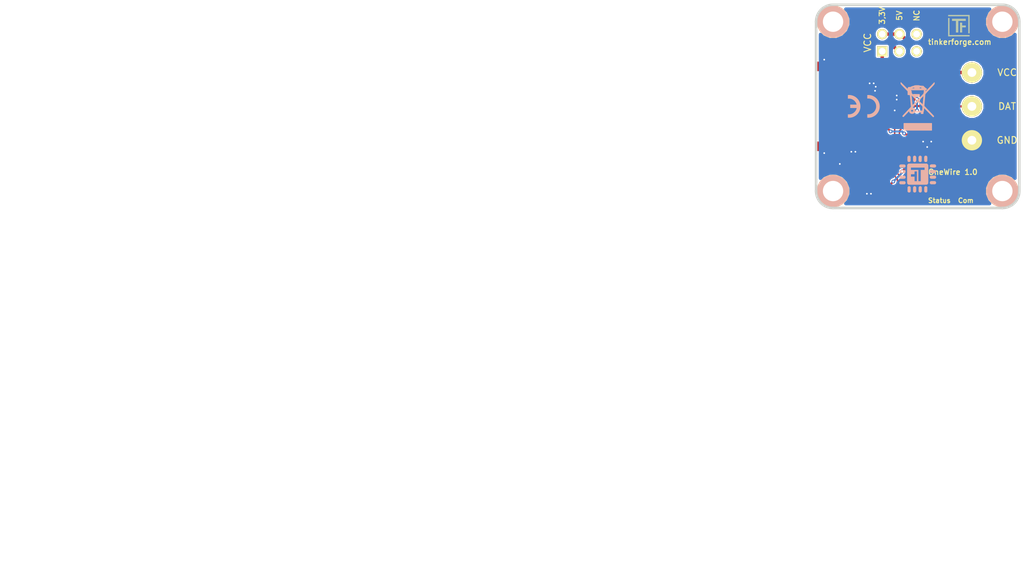
<source format=kicad_pcb>
(kicad_pcb (version 4) (host pcbnew 4.0.2+dfsg1-stable)
  (title_block (title "1-Wire Bricklet") (date 2018-05-07) (rev 1.0) (company "Tinkerforge GmbH") (comment 1 "Licensed under CERN OHL v.1.1") (comment 2 "Copyright (©) 2018, L.Lauer <lukas@tinkerforge.com>"))
  (layers (0 F.Cu signal) (31 B.Cu signal hide) (34 B.Paste user) (35 F.Paste user) (36 B.SilkS user) (37 F.SilkS user) (38 B.Mask user) (39 F.Mask user) (44 Edge.Cuts user))
  (net 0 "")
  (net 1 GND)
  (net 2 VCC)
  (net 3 S-MISO)
  (net 4 S-CS)
  (net 5 S-CLK)
  (net 6 S-MOSI)
  (net 7 3V3)
  (net 8 "Net-(C2-Pad2)")
  (net 9 "Net-(D1-Pad2)")
  (net 10 DAT)
  (net 11 "Net-(D3-Pad2)")
  (net 12 +5V)
  (net 13 "Net-(P1-Pad4)")
  (net 14 "Net-(P1-Pad5)")
  (net 15 "Net-(P1-Pad6)")
  (net 16 "Net-(P2-Pad1)")
  (net 17 "Net-(P3-Pad2)")
  (net 18 RX)
  (net 19 TX)
  (net 20 "Net-(D2-Pad2)")
  (net 21 "Net-(RP2-Pad5)")
  (net 22 "Net-(RP2-Pad8)")
  (net 23 "Net-(P4-Pad5)")
  (net 24 "Net-(P4-Pad6)")
  (net 25 "Net-(RP2-Pad2)")
  (net 26 "Net-(RP2-Pad3)")
  (net 27 "Net-(RP2-Pad6)")
  (net 28 "Net-(RP2-Pad7)")
  (net 29 "Net-(U1-Pad2)")
  (net 30 "Net-(U1-Pad3)")
  (net 31 "Net-(U1-Pad5)")
  (net 32 "Net-(U1-Pad6)")
  (net 33 "Net-(U1-Pad7)")
  (net 34 "Net-(U1-Pad8)")
  (net 35 "Net-(U1-Pad11)")
  (net 36 "Net-(U1-Pad12)")
  (net 37 "Net-(U1-Pad16)")
  (net 38 "Net-(U1-Pad18)")
  (net 39 "Net-(U1-Pad20)")
  (net 40 "Net-(U1-Pad21)")
  (module kicad-libraries:Logo_CoMCU (layer B.Cu) (at 147.3 134.7 180)
    (fp_text reference G*** hide)
    (fp_text value LOGO hide)
  )
  (module kicad-libraries:WEEE_7mm (layer B.Cu) (at 147.3 124.7 180)
    (fp_text reference G*** hide)
    (fp_text value LOGO hide)
  )
  (module kicad-libraries:CE_5mm (layer B.Cu) (at 139.3 124.7 180)
    (fp_text reference VAL hide)
    (fp_text value CE_5mm hide)
  )
  (module kicad-libraries:DEBUG_PAD (layer F.Cu) (at 142.1 129.6)
    (fp_text reference P2)
    (fp_text value DEBUG)
    (pad 1 smd circle (at 0 0) (size 0.7 0.7) (layers F.Cu F.Paste F.Mask) (net 16 "Net-(P2-Pad1)"))
  )
  (module kicad-libraries:SolderJumper (layer F.Cu) (at 136.8 133.2)
    (fp_text reference P3)
    (fp_text value BOOT)
    (pad 2 smd rect (at 0.55 0) (size 0.3 1.4) (layers F.Cu F.Mask) (net 17 "Net-(P3-Pad2)"))
    (pad 2 smd rect (at 0.15 0) (size 0.6 0.5) (layers F.Cu F.Mask) (net 17 "Net-(P3-Pad2)"))
    (pad 1 smd rect (at -0.5 0) (size 0.4 1.4) (layers F.Cu F.Mask) (net 1 GND))
    (pad 1 smd rect (at -0.225 0.55) (size 0.95 0.3) (layers F.Cu F.Mask) (net 1 GND))
    (pad 1 smd rect (at -0.225 -0.55) (size 0.95 0.3) (layers F.Cu F.Mask) (net 1 GND))
  )
  (module kicad-libraries:QFN24-4x4mm-0.5mm (layer F.Cu) (at 140.9 133.4)
    (fp_text reference U1)
    (fp_text value XMC1100-16)
    (pad 1 smd oval (at -2.025 -1.25) (size 1 0.3) (layers F.Cu F.Paste F.Mask) (net 3 S-MISO))
    (pad 2 smd oval (at -2.025 -0.75) (size 1 0.3) (layers F.Cu F.Paste F.Mask) (net 29 "Net-(U1-Pad2)"))
    (pad 3 smd oval (at -2.025 -0.25) (size 1 0.3) (layers F.Cu F.Paste F.Mask) (net 30 "Net-(U1-Pad3)"))
    (pad 4 smd oval (at -2.025 0.25) (size 1 0.3) (layers F.Cu F.Paste F.Mask) (net 17 "Net-(P3-Pad2)"))
    (pad 5 smd oval (at -2.025 0.75) (size 1 0.3) (layers F.Cu F.Paste F.Mask) (net 31 "Net-(U1-Pad5)"))
    (pad 6 smd oval (at -2.025 1.25) (size 1 0.3) (layers F.Cu F.Paste F.Mask) (net 32 "Net-(U1-Pad6)"))
    (pad 7 smd oval (at -1.25 2.025 90) (size 1 0.3) (layers F.Cu F.Paste F.Mask) (net 33 "Net-(U1-Pad7)"))
    (pad 8 smd oval (at -0.75 2.025 90) (size 1 0.3) (layers F.Cu F.Paste F.Mask) (net 34 "Net-(U1-Pad8)"))
    (pad 9 smd oval (at -0.25 2.025 90) (size 1 0.3) (layers F.Cu F.Paste F.Mask) (net 1 GND))
    (pad 10 smd oval (at 0.25 2.025 90) (size 1 0.3) (layers F.Cu F.Paste F.Mask) (net 7 3V3))
    (pad 11 smd oval (at 0.75 2.025 90) (size 1 0.3) (layers F.Cu F.Paste F.Mask) (net 35 "Net-(U1-Pad11)"))
    (pad 12 smd oval (at 1.25 2.025 90) (size 1 0.3) (layers F.Cu F.Paste F.Mask) (net 36 "Net-(U1-Pad12)"))
    (pad 13 smd oval (at 2.025 1.25) (size 1 0.3) (layers F.Cu F.Paste F.Mask) (net 21 "Net-(RP2-Pad5)"))
    (pad 14 smd oval (at 2.025 0.75) (size 1 0.3) (layers F.Cu F.Paste F.Mask) (net 22 "Net-(RP2-Pad8)"))
    (pad 15 smd oval (at 2.025 0.25) (size 1 0.3) (layers F.Cu F.Paste F.Mask) (net 18 RX))
    (pad 16 smd oval (at 2.025 -0.25) (size 1 0.3) (layers F.Cu F.Paste F.Mask) (net 37 "Net-(U1-Pad16)"))
    (pad 17 smd oval (at 2.025 -0.75) (size 1 0.3) (layers F.Cu F.Paste F.Mask) (net 19 TX))
    (pad 18 smd oval (at 2.025 -1.25) (size 1 0.3) (layers F.Cu F.Paste F.Mask) (net 38 "Net-(U1-Pad18)"))
    (pad 19 smd oval (at 1.25 -2.025 90) (size 1 0.3) (layers F.Cu F.Paste F.Mask) (net 16 "Net-(P2-Pad1)"))
    (pad 20 smd oval (at 0.75 -2.025 90) (size 1 0.3) (layers F.Cu F.Paste F.Mask) (net 39 "Net-(U1-Pad20)"))
    (pad 21 smd oval (at 0.25 -2.025 90) (size 1 0.3) (layers F.Cu F.Paste F.Mask) (net 40 "Net-(U1-Pad21)"))
    (pad 22 smd oval (at -0.25 -2.025 90) (size 1 0.3) (layers F.Cu F.Paste F.Mask) (net 4 S-CS))
    (pad 23 smd oval (at -0.75 -2.025 90) (size 1 0.3) (layers F.Cu F.Paste F.Mask) (net 5 S-CLK))
    (pad 24 smd oval (at -1.25 -2.025 90) (size 1 0.3) (layers F.Cu F.Paste F.Mask) (net 6 S-MOSI))
    (pad EXP smd rect (at 0.65 0.65) (size 1.3 1.3) (layers F.Cu F.Paste F.Mask) (net 1 GND))
    (pad EXP smd rect (at 0.65 -0.65) (size 1.3 1.3) (layers F.Cu F.Paste F.Mask) (net 1 GND))
    (pad EXP smd rect (at -0.65 0.65) (size 1.3 1.3) (layers F.Cu F.Paste F.Mask) (net 1 GND))
    (pad EXP smd rect (at -0.65 -0.65) (size 1.3 1.3) (layers F.Cu F.Paste F.Mask) (net 1 GND))
  )
  (module kicad-libraries:AKL_5_3 (layer F.Cu) (at 155.3 124.7 270)
    (fp_text reference P5)
    (fp_text value CONN_01X03)
    (pad 1 thru_hole circle (at -5 0 270) (size 2.99974 2.99974) (drill 1.30048) (layers *.Cu *.Mask F.SilkS) (net 2 VCC))
    (pad 2 thru_hole circle (at 0 0 270) (size 2.99974 2.99974) (drill 1.30048) (layers *.Cu *.Mask F.SilkS) (net 10 DAT))
    (pad 3 thru_hole circle (at 5 0 270) (size 2.99974 2.99974) (drill 1.30048) (layers *.Cu *.Mask F.SilkS) (net 1 GND))
  )
  (module kicad-libraries:SC70-6 (layer F.Cu) (at 145.6 125.3 270)
    (fp_text reference U2)
    (fp_text value NC7WZ07)
    (pad 1 smd rect (at -0.65 0.95 270) (size 0.4 0.7) (layers F.Cu F.Paste F.Mask) (net 19 TX))
    (pad 2 smd rect (at 0 0.95 270) (size 0.4 0.7) (layers F.Cu F.Paste F.Mask) (net 1 GND))
    (pad 3 smd rect (at 0.65 0.95 270) (size 0.4 0.7) (layers F.Cu F.Paste F.Mask) (net 20 "Net-(D2-Pad2)"))
    (pad 4 smd rect (at 0.65 -0.95 270) (size 0.4 0.7) (layers F.Cu F.Paste F.Mask) (net 18 RX))
    (pad 6 smd rect (at -0.65 -0.95 270) (size 0.4 0.7) (layers F.Cu F.Paste F.Mask) (net 20 "Net-(D2-Pad2)"))
    (pad 5 smd rect (at 0 -0.95 270) (size 0.4 0.7) (layers F.Cu F.Paste F.Mask) (net 7 3V3))
  )
  (module kicad-libraries:Logo_31x31 (layer F.Cu) (at 151.8 111.2)
    (fp_text reference G*** hide)
    (fp_text value Logo_31x31 hide)
  )
  (module kicad-libraries:C0805 (layer F.Cu) (at 138.8 122.8 270)
    (fp_text reference C1)
    (fp_text value 10uF)
    (pad 1 smd rect (at -1.00076 0 270) (size 1.00076 1.24968) (layers F.Cu F.Paste F.Mask) (net 1 GND) (clearance 0.14986))
    (pad 2 smd rect (at 1.00076 0 270) (size 1.00076 1.24968) (layers F.Cu F.Paste F.Mask) (net 7 3V3) (clearance 0.14986))
  )
  (module kicad-libraries:C0603F (layer F.Cu) (at 140.3 122.8 270)
    (fp_text reference C3)
    (fp_text value 1uF)
    (pad 1 smd rect (at -0.75 0 270) (size 0.9 0.9) (layers F.Cu F.Paste F.Mask) (net 1 GND))
    (pad 2 smd rect (at 0.75 0 270) (size 0.9 0.9) (layers F.Cu F.Paste F.Mask) (net 7 3V3))
  )
  (module kicad-libraries:C0603F (layer F.Cu) (at 140.87 136.86 180)
    (fp_text reference C4)
    (fp_text value 100nF)
    (pad 1 smd rect (at -0.75 0 180) (size 0.9 0.9) (layers F.Cu F.Paste F.Mask) (net 7 3V3))
    (pad 2 smd rect (at 0.75 0 180) (size 0.9 0.9) (layers F.Cu F.Paste F.Mask) (net 1 GND))
  )
  (module kicad-libraries:D0603E (layer F.Cu) (at 150.5 137.3 180)
    (fp_text reference D1)
    (fp_text value blue)
    (pad 1 smd rect (at -0.8501 0 180) (size 1.1 1) (layers F.Cu F.Paste F.Mask) (net 7 3V3))
    (pad 2 smd rect (at 0.8501 0 180) (size 1.1 1) (layers F.Cu F.Paste F.Mask) (net 9 "Net-(D1-Pad2)"))
  )
  (module kicad-libraries:SOD-123 (layer F.Cu) (at 148.7 128 90)
    (fp_text reference D2)
    (fp_text value 5V)
    (pad 1 smd rect (at -1.84912 0 90) (size 1.19888 0.70104) (layers F.Cu F.Paste F.Mask) (net 1 GND) (clearance 0.14986))
    (pad 2 smd rect (at 1.84912 0 90) (size 1.19888 0.70104) (layers F.Cu F.Paste F.Mask) (net 20 "Net-(D2-Pad2)") (clearance 0.14986))
  )
  (module kicad-libraries:D0603E (layer F.Cu) (at 154.4 137.3 180)
    (fp_text reference D3)
    (fp_text value green)
    (pad 1 smd rect (at -0.8501 0 180) (size 1.1 1) (layers F.Cu F.Paste F.Mask) (net 7 3V3))
    (pad 2 smd rect (at 0.8501 0 180) (size 1.1 1) (layers F.Cu F.Paste F.Mask) (net 11 "Net-(D3-Pad2)"))
  )
  (module kicad-libraries:CON-SENSOR2 (layer F.Cu) (at 132.3 124.7 270)
    (fp_text reference P1)
    (fp_text value CON-SENSOR2)
    (pad 1 smd rect (at -3.75 -4.6 270) (size 0.6 1.8) (layers F.Cu F.Paste F.Mask) (net 12 +5V))
    (pad 2 smd rect (at -2.5 -4.6 270) (size 0.6 1.8) (layers F.Cu F.Paste F.Mask) (net 1 GND))
    (pad EP smd rect (at -5.9 -1.2 270) (size 1.4 2.4) (layers F.Cu F.Paste F.Mask) (net 1 GND))
    (pad EP smd rect (at 5.9 -1.2 270) (size 1.4 2.4) (layers F.Cu F.Paste F.Mask) (net 1 GND))
    (pad 3 smd rect (at -1.25 -4.6 270) (size 0.6 1.8) (layers F.Cu F.Paste F.Mask) (net 7 3V3))
    (pad 4 smd rect (at 0 -4.6 270) (size 0.6 1.8) (layers F.Cu F.Paste F.Mask) (net 13 "Net-(P1-Pad4)"))
    (pad 5 smd rect (at 1.25 -4.6 270) (size 0.6 1.8) (layers F.Cu F.Paste F.Mask) (net 14 "Net-(P1-Pad5)"))
    (pad 6 smd rect (at 2.5 -4.6 270) (size 0.6 1.8) (layers F.Cu F.Paste F.Mask) (net 15 "Net-(P1-Pad6)"))
    (pad 7 smd rect (at 3.75 -4.6 270) (size 0.6 1.8) (layers F.Cu F.Paste F.Mask) (net 8 "Net-(C2-Pad2)"))
  )
  (module kicad-libraries:pin_array_3x2 (layer F.Cu) (at 144.6 115.3)
    (fp_text reference P4)
    (fp_text value CONN_02X03 hide)
    (pad 1 thru_hole rect (at -2.54 1.27) (size 1.524 1.524) (drill 1.016) (layers *.Cu *.Mask F.SilkS) (net 7 3V3))
    (pad 2 thru_hole circle (at -2.54 -1.27) (size 1.524 1.524) (drill 1.016) (layers *.Cu *.Mask F.SilkS) (net 2 VCC))
    (pad 3 thru_hole circle (at 0 1.27) (size 1.524 1.524) (drill 1.016) (layers *.Cu *.Mask F.SilkS) (net 12 +5V))
    (pad 4 thru_hole circle (at 0 -1.27) (size 1.524 1.524) (drill 1.016) (layers *.Cu *.Mask F.SilkS) (net 2 VCC))
    (pad 5 thru_hole circle (at 2.54 1.27) (size 1.524 1.524) (drill 1.016) (layers *.Cu *.Mask F.SilkS) (net 23 "Net-(P4-Pad5)"))
    (pad 6 thru_hole circle (at 2.54 -1.27) (size 1.524 1.524) (drill 1.016) (layers *.Cu *.Mask F.SilkS) (net 24 "Net-(P4-Pad6)"))
  )
  (module kicad-libraries:R0603F (layer F.Cu) (at 148.7 122.5 270)
    (fp_text reference R2)
    (fp_text value 4k7)
    (pad 1 smd rect (at -0.75 0 270) (size 0.9 0.9) (layers F.Cu F.Paste F.Mask) (net 2 VCC))
    (pad 2 smd rect (at 0.75 0 270) (size 0.9 0.9) (layers F.Cu F.Paste F.Mask) (net 20 "Net-(D2-Pad2)"))
  )
  (module kicad-libraries:R0603F (layer F.Cu) (at 146.5 128.1 90)
    (fp_text reference R3)
    (fp_text value 4k7)
    (pad 1 smd rect (at -0.75 0 90) (size 0.9 0.9) (layers F.Cu F.Paste F.Mask) (net 7 3V3))
    (pad 2 smd rect (at 0.75 0 90) (size 0.9 0.9) (layers F.Cu F.Paste F.Mask) (net 18 RX))
  )
  (module kicad-libraries:4X0402 (layer F.Cu) (at 139.9 129.5 180)
    (fp_text reference RP1)
    (fp_text value 82)
    (pad 1 smd rect (at -0.7493 0.575) (size 0.29972 0.65) (layers F.Cu F.Paste F.Mask) (net 13 "Net-(P1-Pad4)"))
    (pad 2 smd rect (at -0.24892 0.575) (size 0.29972 0.65) (layers F.Cu F.Paste F.Mask) (net 14 "Net-(P1-Pad5)"))
    (pad 3 smd rect (at 0.24892 0.575) (size 0.29972 0.65) (layers F.Cu F.Paste F.Mask) (net 15 "Net-(P1-Pad6)"))
    (pad 4 smd rect (at 0.7493 0.575) (size 0.29972 0.65) (layers F.Cu F.Paste F.Mask) (net 8 "Net-(C2-Pad2)"))
    (pad 5 smd rect (at 0.7493 -0.575 180) (size 0.29972 0.65) (layers F.Cu F.Paste F.Mask) (net 3 S-MISO))
    (pad 6 smd rect (at 0.24892 -0.575 180) (size 0.29972 0.65) (layers F.Cu F.Paste F.Mask) (net 6 S-MOSI))
    (pad 7 smd rect (at -0.24892 -0.575 180) (size 0.29972 0.65) (layers F.Cu F.Paste F.Mask) (net 5 S-CLK))
    (pad 8 smd rect (at -0.7493 -0.575 180) (size 0.29972 0.65) (layers F.Cu F.Paste F.Mask) (net 4 S-CS))
  )
  (module kicad-libraries:DRILL_NP (layer F.Cu) (at 134.8 137.2)
    (fp_text reference U3 hide)
    (fp_text value DRILL hide)
    (pad "" np_thru_hole circle (at 0 0) (size 2.99974 2.99974) (drill 2.99974) (layers *.Cu *.Mask F.SilkS) (clearance 0.89916))
  )
  (module kicad-libraries:DRILL_NP (layer F.Cu) (at 159.8 137.2)
    (fp_text reference U4 hide)
    (fp_text value DRILL hide)
    (pad "" np_thru_hole circle (at 0 0) (size 2.99974 2.99974) (drill 2.99974) (layers *.Cu *.Mask F.SilkS) (clearance 0.89916))
  )
  (module kicad-libraries:DRILL_NP (layer F.Cu) (at 159.8 112.2)
    (fp_text reference U5 hide)
    (fp_text value DRILL hide)
    (pad "" np_thru_hole circle (at 0 0) (size 2.99974 2.99974) (drill 2.99974) (layers *.Cu *.Mask F.SilkS) (clearance 0.89916))
  )
  (module kicad-libraries:DRILL_NP (layer F.Cu) (at 134.8 112.2)
    (fp_text reference U6 hide)
    (fp_text value DRILL hide)
    (pad "" np_thru_hole circle (at 0 0) (size 2.99974 2.99974) (drill 2.99974) (layers *.Cu *.Mask F.SilkS) (clearance 0.89916))
  )
  (module kicad-libraries:C0603F (layer F.Cu) (at 145.7 123.5)
    (fp_text reference C5)
    (fp_text value 100nF)
    (pad 1 smd rect (at -0.75 0) (size 0.9 0.9) (layers F.Cu F.Paste F.Mask) (net 1 GND))
    (pad 2 smd rect (at 0.75 0) (size 0.9 0.9) (layers F.Cu F.Paste F.Mask) (net 7 3V3))
  )
  (module kicad-libraries:4X0603 (layer F.Cu) (at 146.3 136.4 270)
    (fp_text reference RP2)
    (fp_text value 1k)
    (pad 1 smd rect (at -1.19888 -0.8509 270) (size 0.44958 0.89916) (layers F.Cu F.Paste F.Mask) (net 9 "Net-(D1-Pad2)"))
    (pad 2 smd rect (at -0.39878 -0.8509 270) (size 0.44958 0.89916) (layers F.Cu F.Paste F.Mask) (net 25 "Net-(RP2-Pad2)"))
    (pad 3 smd rect (at 0.39878 -0.8509 270) (size 0.44958 0.89916) (layers F.Cu F.Paste F.Mask) (net 26 "Net-(RP2-Pad3)"))
    (pad 4 smd rect (at 1.19888 -0.8509 270) (size 0.44958 0.89916) (layers F.Cu F.Paste F.Mask) (net 11 "Net-(D3-Pad2)"))
    (pad 5 smd rect (at 1.19888 0.8509 270) (size 0.44958 0.89916) (layers F.Cu F.Paste F.Mask) (net 21 "Net-(RP2-Pad5)"))
    (pad 6 smd rect (at 0.39878 0.8509 270) (size 0.44958 0.89916) (layers F.Cu F.Paste F.Mask) (net 27 "Net-(RP2-Pad6)"))
    (pad 7 smd rect (at -0.39878 0.8509 270) (size 0.44958 0.89916) (layers F.Cu F.Paste F.Mask) (net 28 "Net-(RP2-Pad7)"))
    (pad 8 smd rect (at -1.19888 0.8509 270) (size 0.44958 0.89916) (layers F.Cu F.Paste F.Mask) (net 22 "Net-(RP2-Pad8)"))
  )
  (module kicad-libraries:Fiducial_Mark (layer F.Cu) (at 136.3 116.7)
    (fp_text reference Fiducial_Mark hide)
    (fp_text value VAL** hide)
    (pad 1 smd circle (at 0 0) (size 1.00076 1.00076) (layers F.Cu F.Paste F.Mask) (clearance 0.65024))
  )
  (module kicad-libraries:Fiducial_Mark (layer F.Cu) (at 160.3 132.7)
    (fp_text reference Fiducial_Mark hide)
    (fp_text value VAL** hide)
    (pad 1 smd circle (at 0 0) (size 1.00076 1.00076) (layers F.Cu F.Paste F.Mask) (clearance 0.65024))
  )
  (module kicad-libraries:Fiducial_Mark (layer F.Cu) (at 133.8 133.2)
    (fp_text reference Fiducial_Mark hide)
    (fp_text value VAL** hide)
    (pad 1 smd circle (at 0 0) (size 1.00076 1.00076) (layers F.Cu F.Paste F.Mask) (clearance 0.65024))
  )
  (module kicad-libraries:C0402F (layer F.Cu) (at 137.81 130.1 90)
    (fp_text reference C2)
    (fp_text value 220pF)
    (pad 2 smd rect (at 0.5 0 90) (size 0.6 0.7) (layers F.Cu F.Paste F.Mask) (net 8 "Net-(C2-Pad2)"))
    (pad 1 smd rect (at -0.5 0 90) (size 0.6 0.7) (layers F.Cu F.Paste F.Mask) (net 1 GND))
  )
  (module kicad-libraries:R0603F (layer F.Cu) (at 149.5 124.7 180)
    (fp_text reference R1)
    (fp_text value 100)
    (pad 1 smd rect (at -0.75 0 180) (size 0.9 0.9) (layers F.Cu F.Paste F.Mask) (net 10 DAT))
    (pad 2 smd rect (at 0.75 0 180) (size 0.9 0.9) (layers F.Cu F.Paste F.Mask) (net 20 "Net-(D2-Pad2)"))
  )
  (gr_text VCC (at 139.9 115.3 90) (layer F.SilkS) (effects (font (size 1 1))))
  (gr_text Com (at 154.4 138.6) (layer F.SilkS) (effects (font (size 0.7 0.7))))
  (gr_text Status (at 150.5 138.6) (layer F.SilkS) (effects (font (size 0.7 0.7))))
  (gr_text NC (at 147.15 111.3 90) (layer F.SilkS) (effects (font (size 0.8 0.8))))
  (gr_text 5V (at 144.6 111.3 90) (layer F.SilkS) (effects (font (size 0.8 0.8))))
  (gr_text 3,3V (at 142.05 111.3 90) (layer F.SilkS) (effects (font (size 0.8 0.8))))
  (gr_text GND (at 160.5 129.7) (layer F.SilkS) (effects (font (size 1 1))))
  (gr_text DAT (at 160.5 124.7) (layer F.SilkS) (effects (font (size 1 1))))
  (gr_text VCC (at 160.5 119.7) (layer F.SilkS) (effects (font (size 1 1))))
  (gr_text "tinkerforge.com\n" (at 153.5 115.2) (layer F.SilkS) (effects (font (size 0.8 0.8))))
  (gr_text "OneWire 1.0" (at 152.5 134.4) (layer F.SilkS) (effects (font (size 0.8 0.8))))
  (gr_line (start 132.3 112.2) (end 132.3 137.2) (angle 90) (layer Edge.Cuts) (width 0.381))
  (gr_line (start 159.8 109.7) (end 134.8 109.7) (angle 90) (layer Edge.Cuts) (width 0.381))
  (gr_line (start 162.3 137.2) (end 162.3 112.2) (angle 90) (layer Edge.Cuts) (width 0.381))
  (gr_line (start 134.8 139.7) (end 159.8 139.7) (angle 90) (layer Edge.Cuts) (width 0.381))
  (gr_arc (start 134.8 137.2) (end 134.8 139.7) (angle 90) (layer Edge.Cuts) (width 0.381))
  (gr_arc (start 159.8 137.2) (end 162.3 137.2) (angle 90) (layer Edge.Cuts) (width 0.381))
  (gr_arc (start 159.8 112.2) (end 159.8 109.7) (angle 90) (layer Edge.Cuts) (width 0.381))
  (gr_arc (start 134.8 112.2) (end 132.3 112.2) (angle 90) (layer Edge.Cuts) (width 0.381))
  (segment (start 136.3 133.2) (end 136.3 133.6) (width 0.2) (layer F.Cu) (net 1))
  (segment (start 136.3 133.6) (end 136.4 133.7) (width 0.2) (layer F.Cu) (net 1))
  (segment (start 136.4 133.7) (end 136.6 133.7) (width 0.2) (layer F.Cu) (net 1))
  (segment (start 136.6 133.7) (end 136.575 133.75) (width 0.2) (layer F.Cu) (net 1))
  (segment (start 136.3 133.2) (end 136.3 132.7) (width 0.2) (layer F.Cu) (net 1))
  (segment (start 136.3 132.7) (end 136.6 132.7) (width 0.2) (layer F.Cu) (net 1))
  (segment (start 136.6 132.7) (end 136.575 132.65) (width 0.2) (layer F.Cu) (net 1))
  (segment (start 140.3 122.05) (end 140.65 122.05) (width 0.5) (layer F.Cu) (net 1))
  (segment (start 140.65 122.05) (end 141 122.4) (width 0.5) (layer F.Cu) (net 1))
  (via (at 141 122.4) (size 0.55) (drill 0.25) (layers F.Cu B.Cu) (net 1))
  (segment (start 140.3 122.05) (end 140.85 122.05) (width 0.5) (layer F.Cu) (net 1))
  (via (at 141.1 121.8) (size 0.55) (drill 0.25) (layers F.Cu B.Cu) (net 1))
  (segment (start 140.85 122.05) (end 141.1 121.8) (width 0.5) (layer F.Cu) (net 1))
  (segment (start 140.3 122.05) (end 140.3 121.8) (width 0.5) (layer F.Cu) (net 1))
  (segment (start 140.3 121.8) (end 140.8 121.3) (width 0.5) (layer F.Cu) (net 1))
  (via (at 140.8 121.3) (size 0.55) (drill 0.25) (layers F.Cu B.Cu) (net 1))
  (segment (start 140.3 122.05) (end 140.3 121.4) (width 0.5) (layer F.Cu) (net 1))
  (via (at 140.2 121.3) (size 0.55) (drill 0.25) (layers F.Cu B.Cu) (net 1))
  (segment (start 140.3 121.4) (end 140.2 121.3) (width 0.5) (layer F.Cu) (net 1))
  (segment (start 138.8 121.79924) (end 139.49924 121.79924) (width 0.5) (layer F.Cu) (net 1))
  (segment (start 139.75 122.05) (end 140.3 122.05) (width 0.5) (layer F.Cu) (net 1))
  (segment (start 139.49924 121.79924) (end 139.75 122.05) (width 0.5) (layer F.Cu) (net 1))
  (segment (start 136.9 122.2) (end 137.8 122.2) (width 0.5) (layer F.Cu) (net 1))
  (segment (start 137.8 122.2) (end 138.20076 121.79924) (width 0.5) (layer F.Cu) (net 1))
  (segment (start 138.20076 121.79924) (end 138.8 121.79924) (width 0.5) (layer F.Cu) (net 1))
  (segment (start 133.5 118.8) (end 133.5 117.8) (width 0.3) (layer F.Cu) (net 1))
  (via (at 133.5 117.8) (size 0.55) (drill 0.25) (layers F.Cu B.Cu) (net 1))
  (segment (start 133.5 130.6) (end 133.5 131.6) (width 0.3) (layer F.Cu) (net 1))
  (via (at 133.5 131.6) (size 0.55) (drill 0.25) (layers F.Cu B.Cu) (net 1))
  (segment (start 148.7 129.84912) (end 148.15088 129.84912) (width 0.5) (layer F.Cu) (net 1))
  (via (at 148.1 129.9) (size 0.55) (drill 0.25) (layers F.Cu B.Cu) (net 1))
  (segment (start 148.15088 129.84912) (end 148.1 129.9) (width 0.5) (layer F.Cu) (net 1))
  (segment (start 148.7 129.84912) (end 149.24912 129.84912) (width 0.5) (layer F.Cu) (net 1))
  (via (at 149.3 129.9) (size 0.55) (drill 0.25) (layers F.Cu B.Cu) (net 1))
  (segment (start 149.24912 129.84912) (end 149.3 129.9) (width 0.5) (layer F.Cu) (net 1))
  (segment (start 148.7 129.84912) (end 148.7 130.7) (width 0.5) (layer F.Cu) (net 1))
  (via (at 148.7 130.7) (size 0.55) (drill 0.25) (layers F.Cu B.Cu) (net 1))
  (segment (start 136.3 133.2) (end 135.8 133.2) (width 0.2) (layer F.Cu) (net 1))
  (via (at 135.8 133.2) (size 0.55) (drill 0.25) (layers F.Cu B.Cu) (net 1))
  (segment (start 140.12 136.86) (end 140.12 137.28) (width 0.5) (layer F.Cu) (net 1))
  (segment (start 140.12 137.28) (end 139.8 137.6) (width 0.5) (layer F.Cu) (net 1))
  (via (at 139.8 137.6) (size 0.55) (drill 0.25) (layers F.Cu B.Cu) (net 1))
  (segment (start 140.12 136.86) (end 140.12 137.32) (width 0.5) (layer F.Cu) (net 1))
  (via (at 140.4 137.6) (size 0.55) (drill 0.25) (layers F.Cu B.Cu) (net 1))
  (segment (start 140.12 137.32) (end 140.4 137.6) (width 0.5) (layer F.Cu) (net 1))
  (segment (start 137.81 130.75) (end 137.81 131.09) (width 0.5) (layer F.Cu) (net 1))
  (segment (start 137.81 131.09) (end 137.5 131.4) (width 0.5) (layer F.Cu) (net 1))
  (via (at 137.5 131.4) (size 0.55) (drill 0.25) (layers F.Cu B.Cu) (net 1))
  (segment (start 137.81 130.75) (end 137.81 131.11) (width 0.5) (layer F.Cu) (net 1))
  (via (at 138.1 131.4) (size 0.55) (drill 0.25) (layers F.Cu B.Cu) (net 1))
  (segment (start 137.81 131.11) (end 138.1 131.4) (width 0.5) (layer F.Cu) (net 1))
  (segment (start 144.95 123.5) (end 144.4 123.5) (width 0.5) (layer F.Cu) (net 1))
  (via (at 144.2 123.7) (size 0.55) (drill 0.25) (layers F.Cu B.Cu) (net 1))
  (segment (start 144.4 123.5) (end 144.2 123.7) (width 0.5) (layer F.Cu) (net 1))
  (segment (start 144.95 123.5) (end 144.6 123.5) (width 0.3) (layer F.Cu) (net 1))
  (segment (start 144.6 123.5) (end 144.2 123.1) (width 0.5) (layer F.Cu) (net 1))
  (via (at 144.2 123.1) (size 0.55) (drill 0.25) (layers F.Cu B.Cu) (net 1))
  (segment (start 144.65 125.3) (end 143.9 125.3) (width 0.3) (layer F.Cu) (net 1))
  (via (at 143.9 125.3) (size 0.55) (drill 0.25) (layers F.Cu B.Cu) (net 1))
  (segment (start 140.65 135.425) (end 140.65 134.45) (width 0.2) (layer F.Cu) (net 1))
  (segment (start 140.65 134.45) (end 140.25 134.05) (width 0.2) (layer F.Cu) (net 1))
  (segment (start 140.25 134.05) (end 140.25 132.75) (width 0.2) (layer F.Cu) (net 1))
  (segment (start 140.25 132.75) (end 141.55 132.75) (width 0.2) (layer F.Cu) (net 1))
  (segment (start 141.55 132.75) (end 141.55 134.05) (width 0.2) (layer F.Cu) (net 1))
  (segment (start 141.55 134.05) (end 140.25 134.05) (width 0.2) (layer F.Cu) (net 1))
  (segment (start 140.15 136.86) (end 140.15 136.59) (width 0.2) (layer F.Cu) (net 1))
  (segment (start 140.15 136.59) (end 140.65 136.09) (width 0.2) (layer F.Cu) (net 1))
  (segment (start 140.65 136.09) (end 140.65 135.425) (width 0.2) (layer F.Cu) (net 1))
  (segment (start 148.7 121.75) (end 148.7 120.3) (width 0.3) (layer F.Cu) (net 2))
  (segment (start 148.7 120.3) (end 148.1 119.7) (width 0.3) (layer F.Cu) (net 2))
  (segment (start 144.6 114.03) (end 142.06 114.03) (width 0.5) (layer F.Cu) (net 2))
  (segment (start 155.3 119.7) (end 148.1 119.7) (width 0.5) (layer F.Cu) (net 2))
  (segment (start 145.9 115.2) (end 144.73 114.03) (width 0.5) (layer F.Cu) (net 2))
  (segment (start 145.9 117.5) (end 145.9 115.2) (width 0.5) (layer F.Cu) (net 2))
  (segment (start 148.1 119.7) (end 145.9 117.5) (width 0.5) (layer F.Cu) (net 2))
  (segment (start 144.73 114.03) (end 144.6 114.03) (width 0.5) (layer F.Cu) (net 2))
  (segment (start 139.1507 130.075) (end 139.1507 130.8493) (width 0.2) (layer F.Cu) (net 3))
  (segment (start 138.875 131.125) (end 138.875 132.15) (width 0.2) (layer F.Cu) (net 3))
  (segment (start 139.1507 130.8493) (end 138.875 131.125) (width 0.2) (layer F.Cu) (net 3))
  (segment (start 140.65 131.375) (end 140.65 130.0757) (width 0.2) (layer F.Cu) (net 4))
  (segment (start 140.65 130.0757) (end 140.6493 130.075) (width 0.2) (layer F.Cu) (net 4))
  (segment (start 140.15 131.375) (end 140.15 130.07608) (width 0.2) (layer F.Cu) (net 5))
  (segment (start 140.15 130.07608) (end 140.14892 130.075) (width 0.2) (layer F.Cu) (net 5))
  (segment (start 139.65 131.375) (end 139.65 130.07608) (width 0.2) (layer F.Cu) (net 6))
  (segment (start 139.65 130.07608) (end 139.65108 130.075) (width 0.2) (layer F.Cu) (net 6))
  (segment (start 142.06 116.57) (end 142.06 122.34) (width 0.5) (layer F.Cu) (net 7))
  (segment (start 142.06 122.34) (end 140.85 123.55) (width 0.5) (layer F.Cu) (net 7))
  (segment (start 146.5 128.85) (end 145.45 128.85) (width 0.3) (layer F.Cu) (net 7))
  (segment (start 140.3 125.4) (end 140.3 123.55) (width 0.3) (layer F.Cu) (net 7))
  (segment (start 143.3 128.4) (end 140.3 125.4) (width 0.3) (layer F.Cu) (net 7))
  (via (at 143.3 128.4) (size 0.55) (drill 0.25) (layers F.Cu B.Cu) (net 7))
  (segment (start 145 128.4) (end 143.3 128.4) (width 0.3) (layer B.Cu) (net 7))
  (segment (start 145.3 128.7) (end 145 128.4) (width 0.3) (layer B.Cu) (net 7))
  (via (at 145.3 128.7) (size 0.55) (drill 0.25) (layers F.Cu B.Cu) (net 7))
  (segment (start 145.45 128.85) (end 145.3 128.7) (width 0.3) (layer F.Cu) (net 7))
  (segment (start 141.62 136.86) (end 142.64 136.86) (width 0.3) (layer F.Cu) (net 7))
  (segment (start 146.5 132.8) (end 146.5 131.8) (width 0.3) (layer F.Cu) (net 7))
  (segment (start 145 134.3) (end 146.5 132.8) (width 0.3) (layer F.Cu) (net 7))
  (via (at 145 134.3) (size 0.55) (drill 0.25) (layers F.Cu B.Cu) (net 7))
  (segment (start 145 134.5) (end 145 134.3) (width 0.3) (layer B.Cu) (net 7))
  (segment (start 143.7 135.8) (end 145 134.5) (width 0.3) (layer B.Cu) (net 7))
  (via (at 143.7 135.8) (size 0.55) (drill 0.25) (layers F.Cu B.Cu) (net 7))
  (segment (start 142.64 136.86) (end 143.7 135.8) (width 0.3) (layer F.Cu) (net 7))
  (segment (start 155.2501 137.3) (end 155.2501 136.6501) (width 0.3) (layer F.Cu) (net 7))
  (segment (start 154.6 136) (end 150.7 136) (width 0.3) (layer F.Cu) (net 7))
  (segment (start 155.2501 136.6501) (end 154.6 136) (width 0.3) (layer F.Cu) (net 7))
  (segment (start 151.3501 137.3) (end 151.3501 136.6501) (width 0.3) (layer F.Cu) (net 7))
  (segment (start 146.5 131.8) (end 146.5 128.85) (width 0.3) (layer F.Cu) (net 7))
  (segment (start 151.3501 136.6501) (end 150.7 136) (width 0.3) (layer F.Cu) (net 7))
  (segment (start 150.7 136) (end 146.5 131.8) (width 0.3) (layer F.Cu) (net 7))
  (segment (start 136.9 123.45) (end 137.65 123.45) (width 0.3) (layer F.Cu) (net 7))
  (segment (start 137.65 123.45) (end 138.00076 123.80076) (width 0.3) (layer F.Cu) (net 7))
  (segment (start 138.00076 123.80076) (end 138.8 123.80076) (width 0.3) (layer F.Cu) (net 7))
  (segment (start 140.3 123.55) (end 139.85 123.55) (width 0.3) (layer F.Cu) (net 7))
  (segment (start 139.85 123.55) (end 139.59924 123.80076) (width 0.3) (layer F.Cu) (net 7))
  (segment (start 139.59924 123.80076) (end 138.8 123.80076) (width 0.3) (layer F.Cu) (net 7))
  (segment (start 146.45 123.5) (end 146.45 123.05) (width 0.3) (layer F.Cu) (net 7))
  (segment (start 146.45 123.05) (end 145.9 122.5) (width 0.3) (layer F.Cu) (net 7))
  (segment (start 145.9 122.5) (end 143.1 122.5) (width 0.3) (layer F.Cu) (net 7))
  (segment (start 143.1 122.5) (end 142.05 123.55) (width 0.3) (layer F.Cu) (net 7))
  (segment (start 142.05 123.55) (end 140.85 123.55) (width 0.3) (layer F.Cu) (net 7))
  (segment (start 140.85 123.55) (end 140.3 123.55) (width 0.3) (layer F.Cu) (net 7))
  (segment (start 147.2 125.3) (end 147.2 123.6) (width 0.3) (layer B.Cu) (net 7))
  (via (at 147.2 125.3) (size 0.55) (drill 0.25) (layers F.Cu B.Cu) (net 7))
  (segment (start 146.55 125.3) (end 147.2 125.3) (width 0.3) (layer F.Cu) (net 7))
  (segment (start 147.1 123.5) (end 146.45 123.5) (width 0.3) (layer F.Cu) (net 7))
  (segment (start 147.2 123.6) (end 147.1 123.5) (width 0.3) (layer F.Cu) (net 7))
  (via (at 147.2 123.6) (size 0.55) (drill 0.25) (layers F.Cu B.Cu) (net 7))
  (segment (start 141.65 136.86) (end 141.65 136.68) (width 0.2) (layer F.Cu) (net 7))
  (segment (start 141.65 136.68) (end 141.15 136.18) (width 0.2) (layer F.Cu) (net 7))
  (segment (start 141.15 136.18) (end 141.15 135.425) (width 0.2) (layer F.Cu) (net 7))
  (segment (start 137.81 129.45) (end 138.36 129.45) (width 0.2) (layer F.Cu) (net 8))
  (segment (start 138.885 128.925) (end 139.1507 128.925) (width 0.2) (layer F.Cu) (net 8))
  (segment (start 138.36 129.45) (end 138.885 128.925) (width 0.2) (layer F.Cu) (net 8))
  (segment (start 137.81 129.45) (end 137.81 129.11) (width 0.2) (layer F.Cu) (net 8))
  (segment (start 137.81 129.11) (end 137.15 128.45) (width 0.2) (layer F.Cu) (net 8))
  (segment (start 137.15 128.45) (end 136.9 128.45) (width 0.2) (layer F.Cu) (net 8))
  (segment (start 137 128.45) (end 136.9 128.45) (width 0.2) (layer F.Cu) (net 8))
  (segment (start 149.6499 137.3) (end 149.1 137.3) (width 0.2) (layer F.Cu) (net 9))
  (segment (start 149.1 137.3) (end 148.3 136.5) (width 0.2) (layer F.Cu) (net 9))
  (segment (start 148.3 136.5) (end 148.3 135.7) (width 0.2) (layer F.Cu) (net 9))
  (segment (start 148.3 135.7) (end 147.80112 135.20112) (width 0.2) (layer F.Cu) (net 9))
  (segment (start 147.80112 135.20112) (end 147.1509 135.20112) (width 0.2) (layer F.Cu) (net 9))
  (segment (start 150.25 124.7) (end 155.3 124.7) (width 0.3) (layer F.Cu) (net 10))
  (segment (start 147.1509 137.59888) (end 147.29888 137.59888) (width 0.2) (layer F.Cu) (net 11))
  (segment (start 147.29888 137.59888) (end 148.3 138.6) (width 0.2) (layer F.Cu) (net 11))
  (segment (start 148.3 138.6) (end 152.8 138.6) (width 0.2) (layer F.Cu) (net 11))
  (segment (start 152.8 138.6) (end 153.5499 137.8501) (width 0.2) (layer F.Cu) (net 11))
  (segment (start 153.5499 137.8501) (end 153.5499 137.3) (width 0.2) (layer F.Cu) (net 11))
  (segment (start 144.6 116.57) (end 144.47 116.57) (width 0.5) (layer F.Cu) (net 12))
  (segment (start 144.47 116.57) (end 143.2 115.3) (width 0.5) (layer F.Cu) (net 12))
  (segment (start 143.2 115.3) (end 140 115.3) (width 0.5) (layer F.Cu) (net 12))
  (segment (start 140 115.3) (end 138.5 116.8) (width 0.5) (layer F.Cu) (net 12))
  (segment (start 138.5 116.8) (end 138.5 120.4) (width 0.5) (layer F.Cu) (net 12))
  (segment (start 138.5 120.4) (end 137.95 120.95) (width 0.5) (layer F.Cu) (net 12))
  (segment (start 137.95 120.95) (end 136.9 120.95) (width 0.5) (layer F.Cu) (net 12))
  (segment (start 136.9 124.7) (end 137.9 124.7) (width 0.2) (layer F.Cu) (net 13))
  (segment (start 140.6493 127.4493) (end 140.6493 128.925) (width 0.2) (layer F.Cu) (net 13))
  (segment (start 137.9 124.7) (end 140.6493 127.4493) (width 0.2) (layer F.Cu) (net 13))
  (segment (start 136.9 125.95) (end 137.9 125.95) (width 0.2) (layer F.Cu) (net 14))
  (segment (start 140.14892 128.19892) (end 140.14892 128.925) (width 0.2) (layer F.Cu) (net 14))
  (segment (start 137.9 125.95) (end 140.14892 128.19892) (width 0.2) (layer F.Cu) (net 14))
  (segment (start 136.9 127.2) (end 138.35 127.2) (width 0.2) (layer F.Cu) (net 15))
  (segment (start 139.65108 128.50108) (end 139.65108 128.925) (width 0.2) (layer F.Cu) (net 15))
  (segment (start 138.35 127.2) (end 139.65108 128.50108) (width 0.2) (layer F.Cu) (net 15))
  (segment (start 142.15 131.375) (end 142.15 130.55) (width 0.2) (layer F.Cu) (net 16))
  (segment (start 142.1 130.5) (end 142.1 129.6) (width 0.2) (layer F.Cu) (net 16))
  (segment (start 142.15 130.55) (end 142.1 130.5) (width 0.2) (layer F.Cu) (net 16))
  (segment (start 137.35 133.2) (end 136.95 133.2) (width 0.2) (layer F.Cu) (net 17))
  (segment (start 138.875 133.65) (end 138.05 133.65) (width 0.2) (layer F.Cu) (net 17))
  (segment (start 137.6 133.2) (end 136.95 133.2) (width 0.2) (layer F.Cu) (net 17))
  (segment (start 138.05 133.65) (end 137.6 133.2) (width 0.2) (layer F.Cu) (net 17))
  (segment (start 146.5 127.35) (end 145.55 127.35) (width 0.2) (layer F.Cu) (net 18))
  (segment (start 143.75 133.65) (end 142.925 133.65) (width 0.2) (layer F.Cu) (net 18))
  (segment (start 144.6 132.8) (end 143.75 133.65) (width 0.2) (layer F.Cu) (net 18))
  (segment (start 144.6 128.3) (end 144.6 132.8) (width 0.2) (layer F.Cu) (net 18))
  (segment (start 145.55 127.35) (end 144.6 128.3) (width 0.2) (layer F.Cu) (net 18))
  (segment (start 146.55 125.95) (end 146.55 127.3) (width 0.3) (layer F.Cu) (net 18))
  (segment (start 146.55 127.3) (end 146.5 127.35) (width 0.3) (layer F.Cu) (net 18))
  (segment (start 142.925 132.65) (end 143.65 132.65) (width 0.2) (layer F.Cu) (net 19))
  (segment (start 143.65 124.65) (end 144.65 124.65) (width 0.2) (layer F.Cu) (net 19))
  (segment (start 143.3 125) (end 143.65 124.65) (width 0.2) (layer F.Cu) (net 19))
  (segment (start 143.3 127.1) (end 143.3 125) (width 0.2) (layer F.Cu) (net 19))
  (segment (start 143.9 127.7) (end 143.3 127.1) (width 0.2) (layer F.Cu) (net 19))
  (segment (start 143.9 132.4) (end 143.9 127.7) (width 0.2) (layer F.Cu) (net 19))
  (segment (start 143.65 132.65) (end 143.9 132.4) (width 0.2) (layer F.Cu) (net 19))
  (segment (start 144.65 125.95) (end 145.15 125.95) (width 0.3) (layer F.Cu) (net 20))
  (segment (start 145.95 124.65) (end 146.55 124.65) (width 0.3) (layer F.Cu) (net 20))
  (segment (start 145.6 125) (end 145.95 124.65) (width 0.3) (layer F.Cu) (net 20))
  (segment (start 145.6 125.5) (end 145.6 125) (width 0.3) (layer F.Cu) (net 20))
  (segment (start 145.15 125.95) (end 145.6 125.5) (width 0.3) (layer F.Cu) (net 20))
  (segment (start 146.55 124.65) (end 148.7 124.65) (width 0.3) (layer F.Cu) (net 20))
  (segment (start 148.7 124.65) (end 148.75 124.7) (width 0.3) (layer F.Cu) (net 20))
  (segment (start 148.7 123.25) (end 148.7 124.65) (width 0.3) (layer F.Cu) (net 20))
  (segment (start 148.7 124.65) (end 148.75 124.7) (width 0.3) (layer F.Cu) (net 20))
  (segment (start 148.7 126.15088) (end 148.7 124.75) (width 0.3) (layer F.Cu) (net 20))
  (segment (start 148.7 124.75) (end 148.75 124.7) (width 0.3) (layer F.Cu) (net 20))
  (segment (start 145.4491 137.59888) (end 144.99888 137.59888) (width 0.2) (layer F.Cu) (net 21))
  (segment (start 143.55 134.65) (end 142.925 134.65) (width 0.2) (layer F.Cu) (net 21))
  (segment (start 144.3 135.4) (end 143.55 134.65) (width 0.2) (layer F.Cu) (net 21))
  (segment (start 144.3 136.9) (end 144.3 135.4) (width 0.2) (layer F.Cu) (net 21))
  (segment (start 144.99888 137.59888) (end 144.3 136.9) (width 0.2) (layer F.Cu) (net 21))
  (segment (start 142.925 134.15) (end 143.85 134.15) (width 0.2) (layer F.Cu) (net 22))
  (segment (start 144.90112 135.20112) (end 145.4491 135.20112) (width 0.2) (layer F.Cu) (net 22))
  (segment (start 143.85 134.15) (end 144.90112 135.20112) (width 0.2) (layer F.Cu) (net 22))
  (zone (net 1) (net_name GND) (layer B.Cu) (connect_pads yes (clearance 0.2)) (min_thickness 0.5) (fill yes (arc_segments 16) (thermal_gap 0.29972) (thermal_bridge_width 0.7))
    (polygon (pts (xy 132.3 109.7) (xy 162.3 109.7) (xy 162.3 139.7) (xy 132.3 139.7)))
  )
)
</source>
